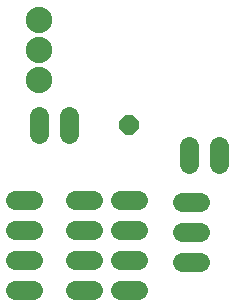
<source format=gbs>
G04 EAGLE Gerber RS-274X export*
G75*
%MOMM*%
%FSLAX34Y34*%
%LPD*%
%INBottom Solder Mask*%
%IPPOS*%
%AMOC8*
5,1,8,0,0,1.08239X$1,22.5*%
G01*
G04 Define Apertures*
%ADD10C,2.241600*%
%ADD11C,1.625600*%
%ADD12P,1.759533X8X22.500000*%
D10*
X38100Y203200D03*
X38100Y228600D03*
X38100Y254000D03*
D11*
X63500Y172720D02*
X63500Y157480D01*
X38100Y157480D02*
X38100Y172720D01*
X33020Y25400D02*
X17780Y25400D01*
X17780Y50800D02*
X33020Y50800D01*
X33020Y76200D02*
X17780Y76200D01*
X17780Y101600D02*
X33020Y101600D01*
X68580Y25400D02*
X83820Y25400D01*
X83820Y50800D02*
X68580Y50800D01*
X68580Y76200D02*
X83820Y76200D01*
X83820Y101600D02*
X68580Y101600D01*
D12*
X114300Y165100D03*
D11*
X121920Y25400D02*
X106680Y25400D01*
X106680Y50800D02*
X121920Y50800D01*
X121920Y76200D02*
X106680Y76200D01*
X106680Y101600D02*
X121920Y101600D01*
X190500Y132080D02*
X190500Y147320D01*
X165100Y147320D02*
X165100Y132080D01*
X158750Y49530D02*
X173990Y49530D01*
X173990Y74930D02*
X158750Y74930D01*
X158750Y100330D02*
X173990Y100330D01*
M02*

</source>
